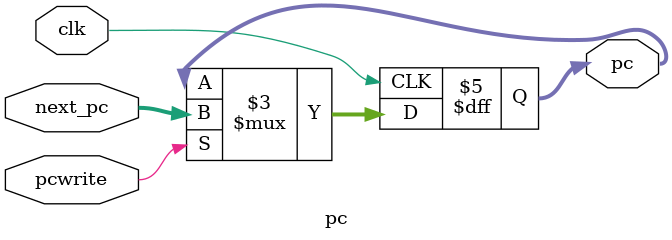
<source format=v>
module pc (
    input clk,
    input pcwrite,
    input [7:0] next_pc,
    output reg [7:0] pc
);
    
    always @(posedge clk) begin
        if (pcwrite) begin
            pc = next_pc;
        end
    end

endmodule
</source>
